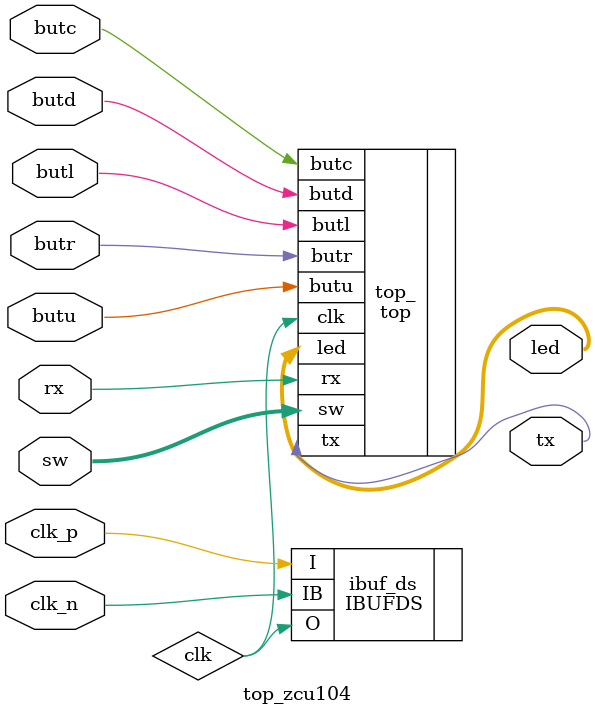
<source format=v>

module top_zcu104 (
    input wire clk_p,
    input wire clk_n,
    output wire [15:0] led,
    input wire [15:0] sw,
    output wire tx,
    input wire rx,
    input wire butu,
    input wire butd,
    input wire butl,
    input wire butr,
    input wire butc
);

    // The ZCU104 CLK comes from a differential pair
    wire clk;
    IBUFDS ibuf_ds (.I(clk_p), .IB(clk_n), .O(clk));

    top top_ (
        .led(led),
        .sw(sw),
        .tx(tx),
        .rx(rx),
        .butu(butu),
        .butd(butd),
        .butl(butl),
        .butr(butr),
        .butc(butc),
        .clk(clk)
    );
endmodule


</source>
